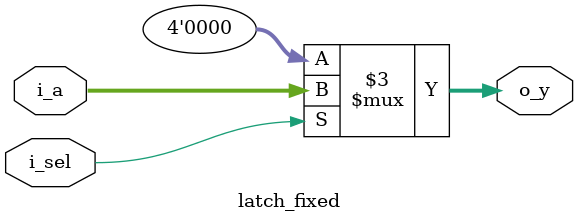
<source format=v>

module latch_fixed (
    input  wire       i_sel,
    input  wire [3:0] i_a,
    output reg  [3:0] o_y
);

    // FIXED: Default assignment at top covers all paths
    always @(*) begin
        o_y = 4'b0000;     // default — prevents latch
        if (i_sel)
            o_y = i_a;     // override when needed
    end

endmodule

</source>
